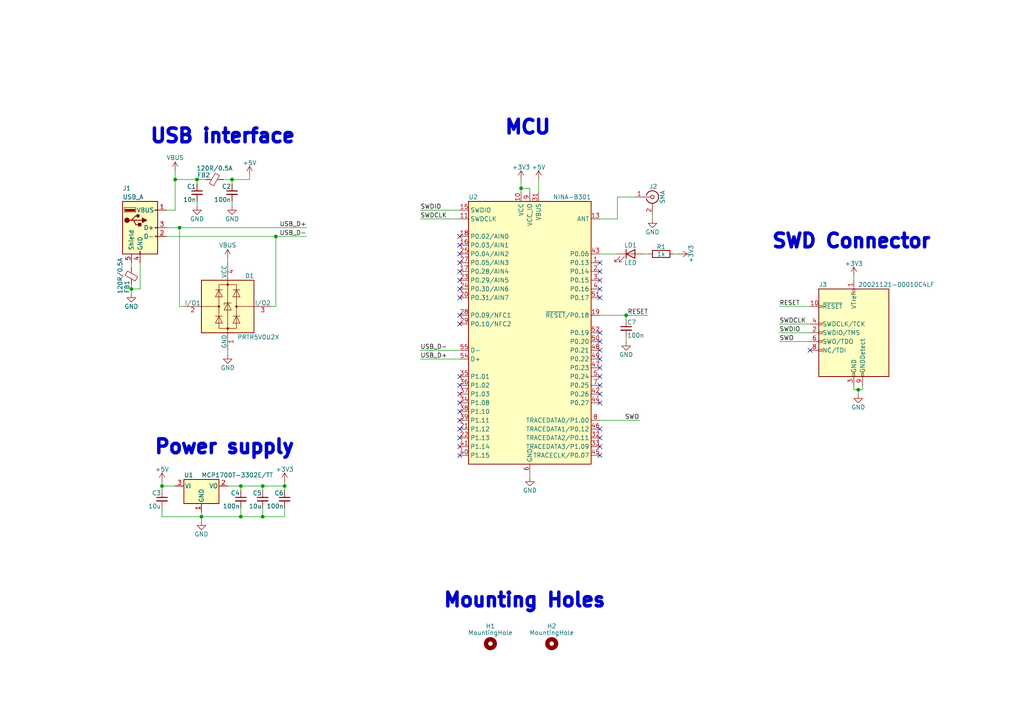
<source format=kicad_sch>
(kicad_sch (version 20211123) (generator eeschema)
  (paper "A4")
  (title_block (title "NRF52 Dongle") (date "2023-03-12") (rev "A") (company "Aurelien Jarno <aurelien@aurel32.net>") (comment 1 "Licence: CC-BY SA 4.0"))
  (lib_symbols
    (symbol "Connector:Conn_ARM_JTAG_SWD_10" (pin_names (offset 1.016))
      (property "Reference" "J" (at -2.54 16.51 0))
      (property "Value" "Conn_ARM_JTAG_SWD_10" (at -2.54 13.97 0))
      (symbol "Conn_ARM_JTAG_SWD_10_0_1"
        (rectangle (start -10.16 12.7) (end 10.16 -12.7) (stroke (width 0.254)) (fill (type background)))
        (rectangle (start -2.794 -12.7) (end -2.286 -11.684))
        (rectangle (start -0.254 -12.7) (end 0.254 -11.684))
        (rectangle (start -0.254 12.7) (end 0.254 11.684))
        (rectangle (start 9.144 2.286) (end 10.16 2.794))
        (rectangle (start 10.16 -2.794) (end 9.144 -2.286))
        (rectangle (start 10.16 -0.254) (end 9.144 0.254))
        (rectangle (start 10.16 7.874) (end 9.144 7.366))
      )
      (symbol "Conn_ARM_JTAG_SWD_10_1_1"
        (rectangle (start 9.144 -5.334) (end 10.16 -4.826))
        (pin power_in line (at 0 15.24 270) (length 2.54) (name "VTref") (number "1"))
        (pin open_collector line (at 12.7 7.62 180) (length 2.54) (name "~{RESET}") (number "10"))
        (pin bidirectional line (at 12.7 0 180) (length 2.54) (name "SWDIO/TMS") (number "2"))
        (pin power_in line (at 0 -15.24 90) (length 2.54) (name "GND") (number "3"))
        (pin output line (at 12.7 2.54 180) (length 2.54) (name "SWDCLK/TCK") (number "4"))
        (pin passive line (at 0 -15.24 90) (length 2.54) hide (name "GND") (number "5"))
        (pin input line (at 12.7 -2.54 180) (length 2.54) (name "SWO/TDO") (number "6"))
        (pin no_connect line (at -10.16 0 0) (length 2.54) hide (name "KEY") (number "7"))
        (pin output line (at 12.7 -5.08 180) (length 2.54) (name "NC/TDI") (number "8"))
        (pin passive line (at -2.54 -15.24 90) (length 2.54) (name "GNDDetect") (number "9"))
      )
    )
    (symbol "Connector:Conn_Coaxial" (pin_names (offset 1.016) hide)
      (property "Reference" "J" (at 0.254 3.048 0))
      (property "Value" "Conn_Coaxial" (at 2.921 0 90))
      (symbol "Conn_Coaxial_0_1"
        (arc (start -1.778 -0.508) (mid 0.2311 -1.8066) (end 1.778 0) (stroke (width 0.254)))
        (polyline (pts (xy -2.54 0) (xy -0.508 0)))
        (polyline (pts (xy 0 -2.54) (xy 0 -1.778)))
        (circle (center 0 0) (radius 0.508) (stroke (width 0.2032)))
        (arc (start 1.778 0) (mid 0.2099 1.8101) (end -1.778 0.508) (stroke (width 0.254)))
      )
      (symbol "Conn_Coaxial_1_1"
        (pin passive line (at -5.08 0 0) (length 2.54) (name "In") (number "1"))
        (pin passive line (at 0 -5.08 90) (length 2.54) (name "Ext") (number "2"))
      )
    )
    (symbol "Connector:USB_A" (pin_names (offset 1.016))
      (property "Reference" "J" (at -5.08 11.43 0))
      (property "Value" "USB_A" (at -5.08 8.89 0))
      (symbol "USB_A_0_1"
        (rectangle (start -5.08 -7.62) (end 5.08 7.62) (stroke (width 0.254)) (fill (type background)))
        (circle (center -3.81 2.159) (radius 0.635) (stroke (width 0.254)) (fill (type outline)))
        (rectangle (start -1.524 4.826) (end -4.318 5.334) (fill (type outline)))
        (rectangle (start -1.27 4.572) (end -4.572 5.842))
        (circle (center -0.635 3.429) (radius 0.381) (stroke (width 0.254)) (fill (type outline)))
        (rectangle (start -0.127 -7.62) (end 0.127 -6.858))
        (polyline (pts (xy -3.175 2.159) (xy -2.54 2.159) (xy -1.27 3.429) (xy -0.635 3.429)) (stroke (width 0.254)))
        (polyline (pts (xy -2.54 2.159) (xy -1.905 2.159) (xy -1.27 0.889) (xy 0 0.889)) (stroke (width 0.254)))
        (polyline (pts (xy 0.635 2.794) (xy 0.635 1.524) (xy 1.905 2.159) (xy 0.635 2.794)) (stroke (width 0.254)) (fill (type outline)))
        (rectangle (start 0.254 1.27) (end -0.508 0.508) (stroke (width 0.254)) (fill (type outline)))
        (rectangle (start 5.08 -2.667) (end 4.318 -2.413))
        (rectangle (start 5.08 -0.127) (end 4.318 0.127))
        (rectangle (start 5.08 4.953) (end 4.318 5.207))
      )
      (symbol "USB_A_1_1"
        (polyline (pts (xy -1.905 2.159) (xy 0.635 2.159)) (stroke (width 0.254)))
        (pin power_in line (at 7.62 5.08 180) (length 2.54) (name "VBUS") (number "1"))
        (pin bidirectional line (at 7.62 -2.54 180) (length 2.54) (name "D-") (number "2"))
        (pin bidirectional line (at 7.62 0 180) (length 2.54) (name "D+") (number "3"))
        (pin power_in line (at 0 -10.16 90) (length 2.54) (name "GND") (number "4"))
        (pin passive line (at -2.54 -10.16 90) (length 2.54) (name "Shield") (number "5"))
      )
    )
    (symbol "Device:C_Small" (pin_numbers hide) (pin_names (offset 0.254) hide)
      (property "Reference" "C" (at 0.254 1.778 0))
      (property "Value" "C_Small" (at 0.254 -2.032 0))
      (symbol "C_Small_0_1"
        (polyline (pts (xy -1.524 -0.508) (xy 1.524 -0.508)) (stroke (width 0.3302)))
        (polyline (pts (xy -1.524 0.508) (xy 1.524 0.508)) (stroke (width 0.3048)))
      )
      (symbol "C_Small_1_1"
        (pin passive line (at 0 2.54 270) (length 2.032) (name "~") (number "1"))
        (pin passive line (at 0 -2.54 90) (length 2.032) (name "~") (number "2"))
      )
    )
    (symbol "Device:FerriteBead_Small" (pin_numbers hide) (pin_names (offset 0))
      (property "Reference" "FB" (at 1.905 1.27 0))
      (property "Value" "FerriteBead_Small" (at 1.905 -1.27 0))
      (symbol "FerriteBead_Small_0_1"
        (polyline (pts (xy 0 -1.27) (xy 0 -0.7874)))
        (polyline (pts (xy 0 0.889) (xy 0 1.2954)))
        (polyline (pts (xy -1.8288 0.2794) (xy -1.1176 1.4986) (xy 1.8288 -0.2032) (xy 1.1176 -1.4224) (xy -1.8288 0.2794)))
      )
      (symbol "FerriteBead_Small_1_1"
        (pin passive line (at 0 2.54 270) (length 1.27) (name "~") (number "1"))
        (pin passive line (at 0 -2.54 90) (length 1.27) (name "~") (number "2"))
      )
    )
    (symbol "Device:LED" (pin_numbers hide) (pin_names (offset 1.016) hide)
      (property "Reference" "D" (at 0 2.54 0))
      (property "Value" "LED" (at 0 -2.54 0))
      (symbol "LED_0_1"
        (polyline (pts (xy -1.27 -1.27) (xy -1.27 1.27)) (stroke (width 0.254)))
        (polyline (pts (xy -1.27 0) (xy 1.27 0)))
        (polyline (pts (xy 1.27 -1.27) (xy 1.27 1.27) (xy -1.27 0) (xy 1.27 -1.27)) (stroke (width 0.254)))
        (polyline (pts (xy -3.048 -0.762) (xy -4.572 -2.286) (xy -3.81 -2.286) (xy -4.572 -2.286) (xy -4.572 -1.524)))
        (polyline (pts (xy -1.778 -0.762) (xy -3.302 -2.286) (xy -2.54 -2.286) (xy -3.302 -2.286) (xy -3.302 -1.524)))
      )
      (symbol "LED_1_1"
        (pin passive line (at -3.81 0 0) (length 2.54) (name "K") (number "1"))
        (pin passive line (at 3.81 0 180) (length 2.54) (name "A") (number "2"))
      )
    )
    (symbol "Device:R" (pin_numbers hide) (pin_names (offset 0))
      (property "Reference" "R" (at 2.032 0 90))
      (property "Value" "R" (at 0 0 90))
      (symbol "R_0_1"
        (rectangle (start -1.016 -2.54) (end 1.016 2.54) (stroke (width 0.254)))
      )
      (symbol "R_1_1"
        (pin passive line (at 0 3.81 270) (length 1.27) (name "~") (number "1"))
        (pin passive line (at 0 -3.81 90) (length 1.27) (name "~") (number "2"))
      )
    )
    (symbol "Mechanical:MountingHole" (pin_names (offset 1.016))
      (property "Reference" "H" (at 0 5.08 0))
      (property "Value" "MountingHole" (at 0 3.175 0))
      (symbol "MountingHole_0_1"
        (circle (center 0 0) (radius 1.27) (stroke (width 1.27)))
      )
    )
    (symbol "NINA-B301:NINA-B301"
      (property "Reference" "U" (at -17.78 39.37 0))
      (property "Value" "NINA-B301" (at 6.35 39.37 0))
      (symbol "NINA-B301_0_1"
        (rectangle (start -17.78 38.1) (end 17.78 -38.1) (stroke (width 0.254)) (fill (type background)))
      )
      (symbol "NINA-B301_1_1"
        (pin bidirectional line (at 20.32 20.32 180) (length 2.54) (name "P0.13") (number "1"))
        (pin power_in line (at -2.54 40.64 270) (length 2.54) (name "VCC") (number "10"))
        (pin input line (at -20.32 33.02 0) (length 2.54) (name "SWDCLK") (number "11"))
        (pin passive line (at 0 -40.64 90) (length 2.54) hide (name "GND") (number "12"))
        (pin passive line (at 20.32 33.02 180) (length 2.54) (name "ANT") (number "13"))
        (pin passive line (at 0 -40.64 90) (length 2.54) hide (name "GND") (number "14"))
        (pin bidirectional line (at -20.32 35.56 0) (length 2.54) (name "SWDIO") (number "15"))
        (pin bidirectional line (at -20.32 25.4 0) (length 2.54) (name "P0.03/AIN1") (number "16"))
        (pin bidirectional line (at -20.32 17.78 0) (length 2.54) (name "P0.28/AIN4") (number "17"))
        (pin bidirectional line (at -20.32 27.94 0) (length 2.54) (name "P0.02/AIN0") (number "18"))
        (pin bidirectional line (at 20.32 5.08 180) (length 2.54) (name "~{RESET}/P0.18") (number "19"))
        (pin bidirectional line (at 20.32 17.78 180) (length 2.54) (name "P0.14") (number "2"))
        (pin bidirectional line (at -20.32 10.16 0) (length 2.54) (name "P0.31/AIN7") (number "20"))
        (pin bidirectional line (at -20.32 -27.94 0) (length 2.54) (name "P1.12") (number "21"))
        (pin bidirectional line (at -20.32 -30.48 0) (length 2.54) (name "P1.13") (number "22"))
        (pin bidirectional line (at -20.32 15.24 0) (length 2.54) (name "P0.29/AIN5") (number "23"))
        (pin bidirectional line (at -20.32 12.7 0) (length 2.54) (name "P0.30/AIN6") (number "24"))
        (pin bidirectional line (at -20.32 22.86 0) (length 2.54) (name "P0.04/AIN2") (number "25"))
        (pin passive line (at 0 -40.64 90) (length 2.54) hide (name "GND") (number "26"))
        (pin bidirectional line (at -20.32 20.32 0) (length 2.54) (name "P0.05/AIN3") (number "27"))
        (pin bidirectional line (at -20.32 5.08 0) (length 2.54) (name "P0.09/NFC1") (number "28"))
        (pin bidirectional line (at -20.32 2.54 0) (length 2.54) (name "P0.10/NFC2") (number "29"))
        (pin bidirectional line (at 20.32 15.24 180) (length 2.54) (name "P0.15") (number "3"))
        (pin passive line (at 0 -40.64 90) (length 2.54) hide (name "GND") (number "30"))
        (pin power_in line (at 2.54 40.64 270) (length 2.54) (name "VBUS") (number "31"))
        (pin bidirectional line (at 20.32 -30.48 180) (length 2.54) (name "TRACEDATA2/P0.11") (number "32"))
        (pin bidirectional line (at 20.32 -33.02 180) (length 2.54) (name "TRACEDATA3/P1.09") (number "33"))
        (pin bidirectional line (at -20.32 -20.32 0) (length 2.54) (name "P1.08") (number "34"))
        (pin bidirectional line (at -20.32 -12.7 0) (length 2.54) (name "P1.01") (number "35"))
        (pin bidirectional line (at -20.32 -15.24 0) (length 2.54) (name "P1.02") (number "36"))
        (pin bidirectional line (at -20.32 -17.78 0) (length 2.54) (name "P1.03") (number "37"))
        (pin bidirectional line (at -20.32 -22.86 0) (length 2.54) (name "P1.10") (number "38"))
        (pin bidirectional line (at -20.32 -25.4 0) (length 2.54) (name "P1.11") (number "39"))
        (pin bidirectional line (at 20.32 12.7 180) (length 2.54) (name "P0.16") (number "4"))
        (pin bidirectional line (at -20.32 -35.56 0) (length 2.54) (name "P1.15") (number "40"))
        (pin bidirectional line (at -20.32 -33.02 0) (length 2.54) (name "P1.14") (number "41"))
        (pin bidirectional line (at 20.32 -17.78 180) (length 2.54) (name "P0.26") (number "42"))
        (pin bidirectional line (at 20.32 22.86 180) (length 2.54) (name "P0.06") (number "43"))
        (pin bidirectional line (at 20.32 -20.32 180) (length 2.54) (name "P0.27") (number "44"))
        (pin bidirectional line (at 20.32 -35.56 180) (length 2.54) (name "TRACECLK/P0.07") (number "45"))
        (pin bidirectional line (at 20.32 -27.94 180) (length 2.54) (name "TRACEDATA1/P0.12") (number "46"))
        (pin bidirectional line (at 20.32 -10.16 180) (length 2.54) (name "P0.23") (number "47"))
        (pin bidirectional line (at 20.32 -5.08 180) (length 2.54) (name "P0.21") (number "48"))
        (pin bidirectional line (at 20.32 -7.62 180) (length 2.54) (name "P0.22") (number "49"))
        (pin bidirectional line (at 20.32 -12.7 180) (length 2.54) (name "P0.24") (number "5"))
        (pin bidirectional line (at 20.32 -2.54 180) (length 2.54) (name "P0.20") (number "50"))
        (pin bidirectional line (at 20.32 10.16 180) (length 2.54) (name "P0.17") (number "51"))
        (pin bidirectional line (at 20.32 0 180) (length 2.54) (name "P0.19") (number "52"))
        (pin passive line (at 0 -40.64 90) (length 2.54) hide (name "GND") (number "53"))
        (pin bidirectional line (at -20.32 -7.62 0) (length 2.54) (name "D+") (number "54"))
        (pin bidirectional line (at -20.32 -5.08 0) (length 2.54) (name "D-") (number "55"))
        (pin passive line (at 0 -40.64 90) (length 2.54) hide (name "GND") (number "56"))
        (pin passive line (at 0 -40.64 90) (length 2.54) hide (name "GND") (number "57"))
        (pin passive line (at 0 -40.64 90) (length 2.54) hide (name "GND") (number "58"))
        (pin passive line (at 0 -40.64 90) (length 2.54) hide (name "GND") (number "59"))
        (pin power_in line (at 0 -40.64 90) (length 2.54) (name "GND") (number "6"))
        (pin passive line (at 0 -40.64 90) (length 2.54) hide (name "GND") (number "60"))
        (pin passive line (at 0 -40.64 90) (length 2.54) hide (name "GND") (number "61"))
        (pin passive line (at 0 -40.64 90) (length 2.54) hide (name "GND") (number "62"))
        (pin passive line (at 0 -40.64 90) (length 2.54) hide (name "GND") (number "63"))
        (pin passive line (at 0 -40.64 90) (length 2.54) hide (name "GND") (number "64"))
        (pin passive line (at 0 -40.64 90) (length 2.54) hide (name "GND") (number "65"))
        (pin passive line (at 0 -40.64 90) (length 2.54) hide (name "GND") (number "66"))
        (pin passive line (at 0 -40.64 90) (length 2.54) hide (name "GND") (number "67"))
        (pin bidirectional line (at 20.32 -15.24 180) (length 2.54) (name "P0.25") (number "7"))
        (pin bidirectional line (at 20.32 -25.4 180) (length 2.54) (name "TRACEDATA0/P1.00") (number "8"))
        (pin power_in line (at 0 40.64 270) (length 2.54) (name "VCC_IO") (number "9"))
      )
    )
    (symbol "Power_Protection:PRTR5V0U2X" (pin_names (offset 0))
      (property "Reference" "D" (at 2.794 8.636 0))
      (property "Value" "PRTR5V0U2X" (at 8.128 -9.398 0))
      (symbol "PRTR5V0U2X_0_1"
        (rectangle (start -7.62 -7.62) (end 7.62 7.62) (stroke (width 0.254)) (fill (type background)))
        (circle (center -2.54 0) (radius 0.254) (fill (type outline)))
        (rectangle (start -2.54 6.35) (end 2.54 -6.35))
        (circle (center 0 -6.35) (radius 0.254) (fill (type outline)))
        (polyline (pts (xy -2.54 0) (xy -7.62 0)))
        (polyline (pts (xy -1.524 -2.794) (xy -3.556 -2.794)))
        (polyline (pts (xy -1.524 4.826) (xy -3.556 4.826)))
        (polyline (pts (xy 0 -7.62) (xy 0 7.62)))
        (polyline (pts (xy 1.524 -2.794) (xy 3.556 -2.794)))
        (polyline (pts (xy 1.524 4.826) (xy 3.556 4.826)))
        (polyline (pts (xy 2.54 0) (xy 7.62 0)))
        (polyline (pts (xy 1.016 1.016) (xy -1.016 1.016) (xy -1.016 0.508)))
        (polyline (pts (xy -3.556 -4.826) (xy -1.524 -4.826) (xy -2.54 -2.794) (xy -3.556 -4.826)))
        (polyline (pts (xy -3.556 2.794) (xy -1.524 2.794) (xy -2.54 4.826) (xy -3.556 2.794)))
        (polyline (pts (xy -1.016 -1.016) (xy 1.016 -1.016) (xy 0 1.016) (xy -1.016 -1.016)))
        (polyline (pts (xy 3.556 -4.826) (xy 1.524 -4.826) (xy 2.54 -2.794) (xy 3.556 -4.826)))
        (polyline (pts (xy 3.556 2.794) (xy 1.524 2.794) (xy 2.54 4.826) (xy 3.556 2.794)))
        (circle (center 0 6.35) (radius 0.254) (fill (type outline)))
        (circle (center 2.54 0) (radius 0.254) (fill (type outline)))
      )
      (symbol "PRTR5V0U2X_1_1"
        (pin passive line (at 0 -12.7 90) (length 5.08) (name "GND") (number "1"))
        (pin passive line (at -12.7 0 0) (length 5.08) (name "I/O1") (number "2"))
        (pin passive line (at 12.7 0 180) (length 5.08) (name "I/O2") (number "3"))
        (pin passive line (at 0 12.7 270) (length 5.08) (name "VCC") (number "4"))
      )
    )
    (symbol "Regulator_Linear:MCP1700x-330xxTT" (pin_names (offset 0.254))
      (property "Reference" "U" (at -3.81 3.175 0))
      (property "Value" "MCP1700x-330xxTT" (at 0 3.175 0))
      (symbol "MCP1700x-330xxTT_0_1"
        (rectangle (start -5.08 1.905) (end 5.08 -5.08) (stroke (width 0.254)) (fill (type background)))
      )
      (symbol "MCP1700x-330xxTT_1_1"
        (pin power_in line (at 0 -7.62 90) (length 2.54) (name "GND") (number "1"))
        (pin power_out line (at 7.62 0 180) (length 2.54) (name "VO") (number "2"))
        (pin power_in line (at -7.62 0 0) (length 2.54) (name "VI") (number "3"))
      )
    )
    (symbol "power:+3V3" (power) (pin_names (offset 0))
      (property "Value" "+3V3" (at 0 3.556 0))
      (symbol "+3V3_0_1"
        (polyline (pts (xy -0.762 1.27) (xy 0 2.54)))
        (polyline (pts (xy 0 0) (xy 0 2.54)))
        (polyline (pts (xy 0 2.54) (xy 0.762 1.27)))
      )
      (symbol "+3V3_1_1"
        (pin power_in line (at 0 0 90) (length 0) hide (name "+3V3") (number "1"))
      )
    )
    (symbol "power:+5V" (power) (pin_names (offset 0))
      (property "Value" "+5V" (at 0 3.556 0))
      (symbol "+5V_0_1"
        (polyline (pts (xy -0.762 1.27) (xy 0 2.54)))
        (polyline (pts (xy 0 0) (xy 0 2.54)))
        (polyline (pts (xy 0 2.54) (xy 0.762 1.27)))
      )
      (symbol "+5V_1_1"
        (pin power_in line (at 0 0 90) (length 0) hide (name "+5V") (number "1"))
      )
    )
    (symbol "power:GND" (power) (pin_names (offset 0))
      (property "Value" "GND" (at 0 -3.81 0))
      (symbol "GND_0_1"
        (polyline (pts (xy 0 0) (xy 0 -1.27) (xy 1.27 -1.27) (xy 0 -2.54) (xy -1.27 -1.27) (xy 0 -1.27)))
      )
      (symbol "GND_1_1"
        (pin power_in line (at 0 0 270) (length 0) hide (name "GND") (number "1"))
      )
    )
    (symbol "power:VBUS" (power) (pin_names (offset 0))
      (property "Value" "VBUS" (at 0 3.81 0))
      (symbol "VBUS_0_1"
        (polyline (pts (xy -0.762 1.27) (xy 0 2.54)))
        (polyline (pts (xy 0 0) (xy 0 2.54)))
        (polyline (pts (xy 0 2.54) (xy 0.762 1.27)))
      )
      (symbol "VBUS_1_1"
        (pin power_in line (at 0 0 90) (length 0) hide (name "VBUS") (number "1"))
      )
    )
  )
  (junction (at 151.13 54.61))
  (junction (at 76.2 149.86))
  (junction (at 69.85 140.97))
  (junction (at 82.55 140.97))
  (junction (at 76.2 140.97))
  (junction (at 46.99 140.97))
  (junction (at 181.61 91.44))
  (junction (at 38.1 83.82))
  (junction (at 69.85 149.86))
  (junction (at 248.92 113.03))
  (junction (at 80.01 68.58))
  (junction (at 57.15 52.07))
  (junction (at 52.07 66.04))
  (junction (at 58.42 149.86))
  (junction (at 50.8 52.07))
  (junction (at 67.31 52.07))
  (no_connect (at 173.99 86.36))
  (no_connect (at 173.99 99.06))
  (no_connect (at 173.99 81.28))
  (no_connect (at 173.99 132.08))
  (no_connect (at 133.35 76.2))
  (no_connect (at 133.35 109.22))
  (no_connect (at 133.35 73.66))
  (no_connect (at 133.35 83.82))
  (no_connect (at 133.35 129.54))
  (no_connect (at 173.99 116.84))
  (no_connect (at 133.35 78.74))
  (no_connect (at 173.99 101.6))
  (no_connect (at 133.35 86.36))
  (no_connect (at 133.35 127))
  (no_connect (at 173.99 106.68))
  (no_connect (at 133.35 114.3))
  (no_connect (at 133.35 111.76))
  (no_connect (at 173.99 114.3))
  (no_connect (at 133.35 93.98))
  (no_connect (at 173.99 104.14))
  (no_connect (at 133.35 81.28))
  (no_connect (at 133.35 132.08))
  (no_connect (at 173.99 129.54))
  (no_connect (at 173.99 78.74))
  (no_connect (at 173.99 124.46))
  (no_connect (at 133.35 91.44))
  (no_connect (at 133.35 119.38))
  (no_connect (at 133.35 121.92))
  (no_connect (at 133.35 116.84))
  (no_connect (at 173.99 83.82))
  (no_connect (at 234.95 101.6))
  (no_connect (at 133.35 124.46))
  (no_connect (at 133.35 71.12))
  (no_connect (at 173.99 111.76))
  (no_connect (at 173.99 127))
  (no_connect (at 133.35 68.58))
  (no_connect (at 173.99 109.22))
  (no_connect (at 173.99 76.2))
  (no_connect (at 173.99 96.52))
  (wire (pts (xy 181.61 97.79) (xy 181.61 99.06)))
  (wire (pts (xy 46.99 149.86) (xy 58.42 149.86)))
  (wire (pts (xy 151.13 54.61) (xy 153.67 54.61)))
  (wire (pts (xy 173.99 121.92) (xy 185.42 121.92)))
  (wire (pts (xy 187.96 73.66) (xy 186.69 73.66)))
  (wire (pts (xy 38.1 76.2) (xy 38.1 77.47)))
  (wire (pts (xy 156.21 52.07) (xy 156.21 55.88)))
  (wire (pts (xy 173.99 63.5) (xy 179.07 63.5)))
  (wire (pts (xy 250.19 113.03) (xy 250.19 111.76)))
  (wire (pts (xy 247.65 113.03) (xy 248.92 113.03)))
  (wire (pts (xy 48.26 66.04) (xy 52.07 66.04)))
  (wire (pts (xy 57.15 58.42) (xy 57.15 59.69)))
  (wire (pts (xy 46.99 147.32) (xy 46.99 149.86)))
  (wire (pts (xy 78.74 88.9) (xy 80.01 88.9)))
  (wire (pts (xy 247.65 111.76) (xy 247.65 113.03)))
  (wire (pts (xy 179.07 57.15) (xy 184.15 57.15)))
  (wire (pts (xy 46.99 139.7) (xy 46.99 140.97)))
  (wire (pts (xy 58.42 149.86) (xy 58.42 151.13)))
  (wire (pts (xy 69.85 149.86) (xy 76.2 149.86)))
  (wire (pts (xy 50.8 140.97) (xy 46.99 140.97)))
  (wire (pts (xy 82.55 140.97) (xy 82.55 142.24)))
  (wire (pts (xy 189.23 62.23) (xy 189.23 63.5)))
  (wire (pts (xy 66.04 140.97) (xy 69.85 140.97)))
  (wire (pts (xy 121.92 63.5) (xy 133.35 63.5)))
  (wire (pts (xy 38.1 82.55) (xy 38.1 83.82)))
  (wire (pts (xy 40.64 76.2) (xy 40.64 83.82)))
  (wire (pts (xy 121.92 60.96) (xy 133.35 60.96)))
  (wire (pts (xy 76.2 149.86) (xy 82.55 149.86)))
  (wire (pts (xy 50.8 52.07) (xy 50.8 60.96)))
  (wire (pts (xy 226.06 93.98) (xy 234.95 93.98)))
  (wire (pts (xy 69.85 140.97) (xy 69.85 142.24)))
  (wire (pts (xy 76.2 140.97) (xy 82.55 140.97)))
  (wire (pts (xy 226.06 96.52) (xy 234.95 96.52)))
  (wire (pts (xy 50.8 60.96) (xy 48.26 60.96)))
  (wire (pts (xy 76.2 140.97) (xy 76.2 142.24)))
  (wire (pts (xy 226.06 99.06) (xy 234.95 99.06)))
  (wire (pts (xy 76.2 147.32) (xy 76.2 149.86)))
  (wire (pts (xy 58.42 149.86) (xy 69.85 149.86)))
  (wire (pts (xy 57.15 52.07) (xy 50.8 52.07)))
  (wire (pts (xy 52.07 66.04) (xy 88.9 66.04)))
  (wire (pts (xy 248.92 114.3) (xy 248.92 113.03)))
  (wire (pts (xy 69.85 140.97) (xy 76.2 140.97)))
  (wire (pts (xy 181.61 91.44) (xy 181.61 92.71)))
  (wire (pts (xy 173.99 73.66) (xy 179.07 73.66)))
  (wire (pts (xy 153.67 55.88) (xy 153.67 54.61)))
  (wire (pts (xy 151.13 52.07) (xy 151.13 54.61)))
  (wire (pts (xy 67.31 52.07) (xy 67.31 53.34)))
  (wire (pts (xy 196.85 73.66) (xy 195.58 73.66)))
  (wire (pts (xy 46.99 140.97) (xy 46.99 142.24)))
  (wire (pts (xy 153.67 137.16) (xy 153.67 138.43)))
  (wire (pts (xy 248.92 113.03) (xy 250.19 113.03)))
  (wire (pts (xy 57.15 52.07) (xy 57.15 53.34)))
  (wire (pts (xy 67.31 58.42) (xy 67.31 59.69)))
  (wire (pts (xy 38.1 83.82) (xy 40.64 83.82)))
  (wire (pts (xy 67.31 52.07) (xy 72.39 52.07)))
  (wire (pts (xy 121.92 104.14) (xy 133.35 104.14)))
  (wire (pts (xy 151.13 54.61) (xy 151.13 55.88)))
  (wire (pts (xy 121.92 101.6) (xy 133.35 101.6)))
  (wire (pts (xy 48.26 68.58) (xy 80.01 68.58)))
  (wire (pts (xy 38.1 83.82) (xy 38.1 85.09)))
  (wire (pts (xy 80.01 68.58) (xy 88.9 68.58)))
  (wire (pts (xy 64.77 52.07) (xy 67.31 52.07)))
  (wire (pts (xy 80.01 68.58) (xy 80.01 88.9)))
  (wire (pts (xy 173.99 91.44) (xy 181.61 91.44)))
  (wire (pts (xy 179.07 63.5) (xy 179.07 57.15)))
  (wire (pts (xy 82.55 139.7) (xy 82.55 140.97)))
  (wire (pts (xy 59.69 52.07) (xy 57.15 52.07)))
  (wire (pts (xy 52.07 66.04) (xy 52.07 88.9)))
  (wire (pts (xy 53.34 88.9) (xy 52.07 88.9)))
  (wire (pts (xy 247.65 80.01) (xy 247.65 81.28)))
  (wire (pts (xy 58.42 148.59) (xy 58.42 149.86)))
  (wire (pts (xy 66.04 74.93) (xy 66.04 76.2)))
  (wire (pts (xy 66.04 102.87) (xy 66.04 101.6)))
  (wire (pts (xy 69.85 147.32) (xy 69.85 149.86)))
  (wire (pts (xy 50.8 49.53) (xy 50.8 52.07)))
  (wire (pts (xy 226.06 88.9) (xy 234.95 88.9)))
  (wire (pts (xy 72.39 50.8) (xy 72.39 52.07)))
  (wire (pts (xy 82.55 149.86) (xy 82.55 147.32)))
  (wire (pts (xy 181.61 91.44) (xy 187.96 91.44)))
  (text "SWD Connector\n" (at 223.52 72.39 0) (effects (font (size 4 4) (thickness 1) bold) (justify left bottom)))
  (text "Power supply" (at 44.45 132.08 0) (effects (font (size 4 4) (thickness 1) bold) (justify left bottom)))
  (text "MCU" (at 146.05 39.37 0) (effects (font (size 4 4) (thickness 1) bold) (justify left bottom)))
  (text "USB interface" (at 43.18 41.91 0) (effects (font (size 4 4) (thickness 1) bold) (justify left bottom)))
  (text "Mounting Holes" (at 128.27 176.53 0) (effects (font (size 4 4) (thickness 1) bold) (justify left bottom)))
  (label "USB_D+" (at 121.92 104.14 0))
  (label "SWO" (at 226.06 99.06 0))
  (label "SWDIO" (at 121.92 60.96 0))
  (label "USB_D-" (at 88.9 68.58 180))
  (label "USB_D-" (at 121.92 101.6 0))
  (label "USB_D+" (at 88.9 66.04 180))
  (label "RESET" (at 226.06 88.9 0))
  (label "SWDCLK" (at 121.92 63.5 0))
  (label "RESET" (at 187.96 91.44 180))
  (label "SWDIO" (at 226.06 96.52 0))
  (label "SWO" (at 185.42 121.92 180))
  (label "SWDCLK" (at 226.06 93.98 0))
  (symbol (lib_id "power:GND") (at 181.61 99.06 0) (unit 1)
    (property "Reference" "#PWR0107" (effects hide))
    (property "Value" "GND" (at 181.61 102.87 0))
  )
  (symbol (lib_id "Connector:Conn_Coaxial") (at 189.23 57.15 0) (unit 1)
    (property "Reference" "J2" (at 189.484 54.102 0))
    (property "Value" "SMA" (at 192.151 57.15 90))
    (property "Footprint" "kicad:SMA_RF-Solutions_CON-SMA-EDGE-S_EdgeMount" (effects hide))
    (property "Datasheet" " ~" (effects hide))
  )
  (symbol (lib_id "power:+3V3") (at 247.65 80.01 0) (unit 1)
    (property "Reference" "#PWR0111" (effects hide))
    (property "Value" "+3V3" (at 247.65 76.454 0))
  )
  (symbol (lib_id "Device:R") (at 191.77 73.66 90) (unit 1)
    (property "Reference" "R1" (at 191.77 71.628 90))
    (property "Value" "1k" (at 191.77 73.66 90))
    (property "Footprint" "Resistor_SMD:R_0805_2012Metric" (effects hide))
  )
  (symbol (lib_id "Mechanical:MountingHole") (at 160.02 186.69 0) (unit 1)
    (property "Reference" "H2" (at 160.02 181.61 0))
    (property "Value" "MountingHole" (at 160.02 183.515 0))
    (property "Footprint" "MountingHole:MountingHole_2mm" (effects hide))
  )
  (symbol (lib_id "power:GND") (at 38.1 85.09 0) (unit 1)
    (property "Reference" "#PWR0102" (effects hide))
    (property "Value" "GND" (at 38.1 88.9 0))
  )
  (symbol (lib_id "Device:C_Small") (at 76.2 144.78 0) (mirror y) (unit 1)
    (property "Reference" "C5" (at 75.946 143.002 0) (effects (justify left)))
    (property "Value" "10u" (at 75.946 146.812 0) (effects (justify left)))
    (property "Footprint" "Capacitor_SMD:C_0805_2012Metric" (effects hide))
  )
  (symbol (lib_id "Device:C_Small") (at 82.55 144.78 0) (mirror y) (unit 1)
    (property "Reference" "C6" (at 82.296 143.002 0) (effects (justify left)))
    (property "Value" "100n" (at 82.296 146.812 0) (effects (justify left)))
    (property "Footprint" "Capacitor_SMD:C_0805_2012Metric" (effects hide))
  )
  (symbol (lib_id "power:+5V") (at 156.21 52.07 0) (unit 1)
    (property "Reference" "#PWR0109" (effects hide))
    (property "Value" "+5V" (at 156.21 48.514 0))
  )
  (symbol (lib_id "Device:FerriteBead_Small") (at 62.23 52.07 90) (unit 1)
    (property "Reference" "FB2" (at 60.96 50.8 90) (effects (justify left)))
    (property "Value" "120R/0.5A" (at 62.23 49.53 90) (effects (justify top)))
    (property "Footprint" "Inductor_SMD:L_0805_2012Metric" (effects hide))
  )
  (symbol (lib_id "Device:LED") (at 182.88 73.66 0) (unit 1)
    (property "Reference" "LD1" (at 182.88 71.12 0))
    (property "Value" "LED" (at 182.88 76.2 0))
    (property "Footprint" "LED_SMD:LED_0805_2012Metric" (effects hide))
  )
  (symbol (lib_id "Regulator_Linear:MCP1700x-330xxTT") (at 58.42 140.97 0) (unit 1)
    (property "Reference" "U1" (at 53.34 137.795 0) (effects (justify left)))
    (property "Value" "MCP1700T-3302E/TT" (at 58.42 137.795 0) (effects (justify left)))
    (property "Footprint" "Package_TO_SOT_SMD:SOT-23" (effects hide))
    (property "Datasheet" "http://ww1.microchip.com/downloads/en/DeviceDoc/20001826D.pdf" (effects hide))
  )
  (symbol (lib_id "power:GND") (at 189.23 63.5 0) (unit 1)
    (property "Reference" "#PWR0105" (effects hide))
    (property "Value" "GND" (at 189.23 67.31 0))
  )
  (symbol (lib_id "power:+5V") (at 46.99 139.7 0) (unit 1)
    (property "Reference" "#PWR01" (effects hide))
    (property "Value" "+5V" (at 46.99 136.144 0))
  )
  (symbol (lib_id "power:+5V") (at 72.39 50.8 0) (unit 1)
    (property "Reference" "#PWR0101" (effects hide))
    (property "Value" "+5V" (at 72.39 47.244 0))
  )
  (symbol (lib_id "Device:C_Small") (at 181.61 95.25 0) (unit 1)
    (property "Reference" "C7" (at 181.864 93.472 0) (effects (justify left)))
    (property "Value" "100n" (at 181.864 97.282 0) (effects (justify left)))
    (property "Footprint" "Capacitor_SMD:C_0805_2012Metric" (effects hide))
  )
  (symbol (lib_id "NINA-B301:NINA-B301") (at 153.67 96.52 0) (unit 1)
    (property "Reference" "U2" (at 135.89 57.15 0) (effects (justify left)))
    (property "Value" "NINA-B301" (at 171.45 57.15 0) (effects (justify right)))
    (property "Footprint" "kicad:NINA-B301" (effects hide))
    (property "Datasheet" "https://content.u-blox.com/sites/default/files/NINA-B3_DataSheet_UBX-17052099.pdf" (effects hide))
  )
  (symbol (lib_id "Connector:Conn_ARM_JTAG_SWD_10") (at 247.65 96.52 0) (mirror y) (unit 1)
    (property "Reference" "J3" (at 237.49 82.55 0) (effects (justify right)))
    (property "Value" "20021121-00010C4LF" (at 248.92 82.55 0) (effects (justify right)))
    (property "Footprint" "Connector_PinHeader_1.27mm:PinHeader_2x05_P1.27mm_Vertical_SMD" (effects hide))
    (property "Datasheet" "http://infocenter.arm.com/help/topic/com.arm.doc.ddi0314h/DDI0314H_coresight_components_trm.pdf" (effects hide))
  )
  (symbol (lib_id "Device:C_Small") (at 67.31 55.88 0) (mirror y) (unit 1)
    (property "Reference" "C2" (at 67.056 54.102 0) (effects (justify left)))
    (property "Value" "100n" (at 67.056 57.912 0) (effects (justify left)))
    (property "Footprint" "Capacitor_SMD:C_0805_2012Metric" (effects hide))
  )
  (symbol (lib_id "Mechanical:MountingHole") (at 142.24 186.69 0) (unit 1)
    (property "Reference" "H1" (at 142.24 181.61 0))
    (property "Value" "MountingHole" (at 142.24 183.515 0))
    (property "Footprint" "MountingHole:MountingHole_2mm" (effects hide))
  )
  (symbol (lib_id "Device:C_Small") (at 57.15 55.88 0) (mirror y) (unit 1)
    (property "Reference" "C1" (at 56.896 54.102 0) (effects (justify left)))
    (property "Value" "10n" (at 56.896 57.912 0) (effects (justify left)))
    (property "Footprint" "Capacitor_SMD:C_0805_2012Metric" (effects hide))
  )
  (symbol (lib_id "power:VBUS") (at 50.8 49.53 0) (unit 1)
    (property "Reference" "#PWR0104" (effects hide))
    (property "Value" "VBUS" (at 50.8 45.72 0))
  )
  (symbol (lib_id "Connector:USB_A") (at 40.64 66.04 0) (unit 1)
    (property "Reference" "J1" (at 35.56 54.61 0) (effects (justify left)))
    (property "Value" "USB_A" (at 35.56 57.15 0) (effects (justify left)))
    (property "Footprint" "Connector_USB:USB_A_CNCTech_1001-011-01101_Horizontal" (effects hide))
    (property "Datasheet" " ~" (effects hide))
  )
  (symbol (lib_id "power:GND") (at 248.92 114.3 0) (unit 1)
    (property "Reference" "#PWR0110" (effects hide))
    (property "Value" "GND" (at 248.92 118.11 0))
  )
  (symbol (lib_id "Power_Protection:PRTR5V0U2X") (at 66.04 88.9 0) (unit 1)
    (property "Reference" "D1" (at 72.39 80.01 0))
    (property "Value" "PRTR5V0U2X" (at 74.93 97.79 0))
    (property "Footprint" "Package_TO_SOT_SMD:SOT-143" (effects hide))
    (property "Datasheet" "https://assets.nexperia.com/documents/data-sheet/PRTR5V0U2X.pdf" (effects hide))
  )
  (symbol (lib_id "Device:C_Small") (at 69.85 144.78 0) (mirror y) (unit 1)
    (property "Reference" "C4" (at 69.596 143.002 0) (effects (justify left)))
    (property "Value" "100n" (at 69.596 146.812 0) (effects (justify left)))
    (property "Footprint" "Capacitor_SMD:C_0805_2012Metric" (effects hide))
  )
  (symbol (lib_id "power:+3V3") (at 82.55 139.7 0) (unit 1)
    (property "Reference" "#PWR03" (effects hide))
    (property "Value" "+3V3" (at 82.55 136.144 0))
  )
  (symbol (lib_id "power:GND") (at 66.04 102.87 0) (unit 1)
    (property "Reference" "#PWR0103" (effects hide))
    (property "Value" "GND" (at 66.04 106.68 0))
  )
  (symbol (lib_id "power:GND") (at 57.15 59.69 0) (unit 1)
    (property "Reference" "#PWR0120" (effects hide))
    (property "Value" "GND" (at 57.15 63.5 0))
  )
  (symbol (lib_id "power:GND") (at 67.31 59.69 0) (unit 1)
    (property "Reference" "#PWR0121" (effects hide))
    (property "Value" "GND" (at 67.31 63.5 0))
  )
  (symbol (lib_id "Device:FerriteBead_Small") (at 38.1 80.01 180) (unit 1)
    (property "Reference" "FB1" (at 36.83 81.28 90) (effects (justify left)))
    (property "Value" "120R/0.5A" (at 35.56 80.01 90) (effects (justify top)))
    (property "Footprint" "Inductor_SMD:L_0805_2012Metric" (effects hide))
  )
  (symbol (lib_id "power:+3V3") (at 151.13 52.07 0) (unit 1)
    (property "Reference" "#PWR0108" (effects hide))
    (property "Value" "+3V3" (at 151.13 48.514 0))
  )
  (symbol (lib_id "power:GND") (at 58.42 151.13 0) (unit 1)
    (property "Reference" "#PWR02" (effects hide))
    (property "Value" "GND" (at 58.42 154.94 0))
  )
  (symbol (lib_id "Device:C_Small") (at 46.99 144.78 0) (mirror y) (unit 1)
    (property "Reference" "C3" (at 46.736 143.002 0) (effects (justify left)))
    (property "Value" "10u" (at 46.736 146.812 0) (effects (justify left)))
    (property "Footprint" "Capacitor_SMD:C_0805_2012Metric" (effects hide))
  )
  (symbol (lib_id "power:VBUS") (at 66.04 74.93 0) (unit 1)
    (property "Reference" "#PWR0113" (effects hide))
    (property "Value" "VBUS" (at 66.04 71.12 0))
  )
  (symbol (lib_id "power:+3V3") (at 196.85 73.66 270) (unit 1)
    (property "Reference" "#PWR04" (effects hide))
    (property "Value" "+3V3" (at 200.406 73.66 0))
  )
  (symbol (lib_id "power:GND") (at 153.67 138.43 0) (unit 1)
    (property "Reference" "#PWR0106" (effects hide))
    (property "Value" "GND" (at 153.67 142.24 0))
  )
)
</source>
